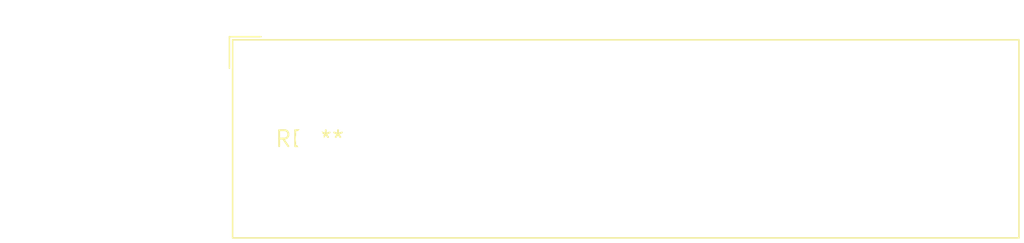
<source format=kicad_pcb>
(kicad_pcb (version 20240108) (generator pcbnew)
  (layers (0 "F.Cu" signal) (31 "B.Cu" signal) (34 "B.Paste" user) (35 "F.Paste" user) (36 "B.SilkS" user "B.Silkscreen") (37 "F.SilkS" user "F.Silkscreen") (38 "B.Mask" user) (39 "F.Mask" user) (44 "Edge.Cuts" user))
  (net 0 "")
  (footprint "TerminalBlock_Dinkle_DT-55-B01X-06_P10.00mm" (layer "F.Cu") (at 0 0)
    (property "Reference" "REF**")
    (property "Value" "TerminalBlock_Dinkle_DT-55-B01X-06_P10.00mm")
    (fp_line (start -6.35 -8.1) (end -3.85 -8.1) (layer "F.SilkS") (stroke (width 0.12)))
    (fp_line (start -6.35 -5.6) (end -6.35 -8.1) (layer "F.SilkS") (stroke (width 0.12)))
    (fp_line (start -6.1 -7.85) (end 56.1 -7.85) (layer "F.SilkS") (stroke (width 0.12)))
    (fp_line (start -6.1 7.85) (end -6.1 -7.85) (layer "F.SilkS") (stroke (width 0.12)))
    (fp_line (start -6.1 7.85) (end 56.1 7.85) (layer "F.SilkS") (stroke (width 0.12)))
    (fp_line (start 56.1 -7.85) (end 56.1 7.85) (layer "F.SilkS") (stroke (width 0.12)))
    (pad "1" thru_hole rect (at 0 0) (size 3.3 6.6) (drill 2.2) (layers *.Cu *.Mask) (remove_unused_layers))
    (pad "2" thru_hole oval (at 10 0) (size 3.3 6.6) (drill 2.2) (layers *.Cu *.Mask) (remove_unused_layers))
    (pad "3" thru_hole oval (at 20 0) (size 3.3 6.6) (drill 2.2) (layers *.Cu *.Mask) (remove_unused_layers))
    (pad "4" thru_hole oval (at 30 0) (size 3.3 6.6) (drill 2.2) (layers *.Cu *.Mask) (remove_unused_layers))
    (pad "5" thru_hole oval (at 40 0) (size 3.3 6.6) (drill 2.2) (layers *.Cu *.Mask) (remove_unused_layers))
    (pad "6" thru_hole oval (at 50 0) (size 3.3 6.6) (drill 2.2) (layers *.Cu *.Mask) (remove_unused_layers))
  )
)
</source>
